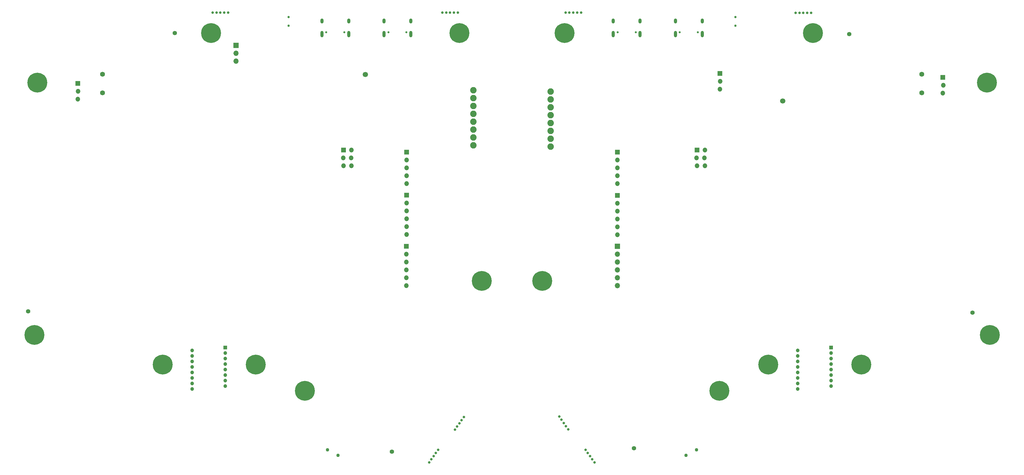
<source format=gbr>
%TF.GenerationSoftware,KiCad,Pcbnew,(6.99.0-4085-g6c752680d7)*%
%TF.CreationDate,2022-11-10T11:06:54+08:00*%
%TF.ProjectId,Rev2.4,52657632-2e34-42e6-9b69-6361645f7063,rev?*%
%TF.SameCoordinates,Original*%
%TF.FileFunction,Soldermask,Bot*%
%TF.FilePolarity,Negative*%
%FSLAX46Y46*%
G04 Gerber Fmt 4.6, Leading zero omitted, Abs format (unit mm)*
G04 Created by KiCad (PCBNEW (6.99.0-4085-g6c752680d7)) date 2022-11-10 11:06:54*
%MOMM*%
%LPD*%
G01*
G04 APERTURE LIST*
%ADD10C,1.700000*%
%ADD11C,1.600000*%
%ADD12C,0.800000*%
%ADD13C,6.400000*%
%ADD14R,1.200000X1.200000*%
%ADD15C,1.200000*%
%ADD16R,1.700000X1.700000*%
%ADD17O,1.700000X1.700000*%
%ADD18C,1.400000*%
%ADD19R,1.524000X1.524000*%
%ADD20O,1.524000X1.524000*%
%ADD21C,0.750000*%
%ADD22C,0.650000*%
%ADD23O,1.000000X2.100000*%
%ADD24O,1.000000X1.600000*%
%ADD25C,2.082800*%
%ADD26C,1.100000*%
G04 APERTURE END LIST*
D10*
%TO.C,J20*%
X162975000Y-64825000D03*
%TD*%
D11*
%TO.C,J23*%
X342229998Y-64770003D03*
X342221998Y-70770003D03*
%TD*%
D12*
%TO.C,DRILL11*%
X361778405Y-148874002D03*
X362481349Y-147176946D03*
X362481349Y-150571058D03*
X364178405Y-146474002D03*
D13*
X364178405Y-148874002D03*
D12*
X364178405Y-151274002D03*
X365875461Y-147176946D03*
X365875461Y-150571058D03*
X366578405Y-148874002D03*
%TD*%
D14*
%TO.C,U12*%
X313019372Y-152959292D03*
D15*
X313019373Y-154739293D03*
X313019373Y-156519293D03*
X313019373Y-158299293D03*
X313019373Y-160079293D03*
X313019373Y-161859293D03*
X313019373Y-163639293D03*
X313019373Y-165419293D03*
X302319373Y-166309293D03*
X302319373Y-164529293D03*
X302319373Y-162749293D03*
X302319373Y-160969293D03*
X302319373Y-159189293D03*
X302319373Y-157409293D03*
X302319373Y-155629293D03*
X302319373Y-153849293D03*
%TD*%
D16*
%TO.C,J2*%
X121330002Y-55381999D03*
D17*
X121330002Y-57921999D03*
X121330002Y-60461999D03*
%TD*%
D12*
%TO.C,DRILL1*%
X125294998Y-158456551D03*
X125997942Y-156759495D03*
X125997942Y-160153607D03*
X127694998Y-156056551D03*
D13*
X127694998Y-158456551D03*
D12*
X127694998Y-160856551D03*
X129392054Y-156759495D03*
X129392054Y-160153607D03*
X130094998Y-158456551D03*
%TD*%
%TO.C,DRILL3*%
X290415139Y-158456548D03*
X291118083Y-156759492D03*
X291118083Y-160153604D03*
X292815139Y-156056548D03*
D13*
X292815139Y-158456548D03*
D12*
X292815139Y-160856548D03*
X294512195Y-156759492D03*
X294512195Y-160153604D03*
X295215139Y-158456548D03*
%TD*%
D11*
%TO.C,J22*%
X78330006Y-64770002D03*
X78322006Y-70770002D03*
%TD*%
D12*
%TO.C,REF\u002A\u002A*%
X183566059Y-190047880D03*
X184283029Y-189023940D03*
X185000000Y-188000000D03*
X185716971Y-186976060D03*
X186433941Y-185952120D03*
%TD*%
D18*
%TO.C,H19*%
X318905000Y-51796252D03*
%TD*%
D19*
%TO.C,J11*%
X244204999Y-89891751D03*
D20*
X244204999Y-92431751D03*
X244204999Y-94971751D03*
X244204999Y-97511751D03*
X244204999Y-100051751D03*
%TD*%
D19*
%TO.C,J17*%
X155987002Y-89158199D03*
D20*
X158527002Y-89158199D03*
X155860002Y-91698199D03*
X158400002Y-91698199D03*
X155987002Y-94238199D03*
X158527002Y-94238199D03*
%TD*%
D12*
%TO.C,DRILL12*%
X360839131Y-67679177D03*
X361391492Y-65927313D03*
X361687308Y-69308509D03*
X363020824Y-65079136D03*
D13*
X363229998Y-67470003D03*
D12*
X363439172Y-69860870D03*
X364772688Y-65631497D03*
X365068504Y-69012693D03*
X365620865Y-67260829D03*
%TD*%
D21*
%TO.C,K2*%
X282205000Y-46296752D03*
X282205000Y-49046752D03*
%TD*%
D22*
%TO.C,J24*%
X250095000Y-51221752D03*
X244315000Y-51221752D03*
D23*
X251524999Y-51751751D03*
D24*
X251524999Y-47571751D03*
D23*
X242884999Y-51751751D03*
D24*
X242884999Y-47571751D03*
%TD*%
D12*
%TO.C,REF\u002A\u002A*%
X187800000Y-44800000D03*
X189050000Y-44800000D03*
X190300000Y-44800000D03*
X191550000Y-44800000D03*
X192800000Y-44800000D03*
%TD*%
%TO.C,REF\u002A\u002A*%
X227500000Y-44800000D03*
X228750000Y-44800000D03*
X230000000Y-44800000D03*
X231250000Y-44800000D03*
X232500000Y-44800000D03*
%TD*%
%TO.C,REF\u002A\u002A*%
X228333941Y-179347880D03*
X227616971Y-178323940D03*
X226900000Y-177300000D03*
X226183029Y-176276060D03*
X225466059Y-175252120D03*
%TD*%
%TO.C,DRILL13*%
X304830003Y-51470001D03*
X305532947Y-49772945D03*
X305532947Y-53167057D03*
X307230003Y-49070001D03*
D13*
X307230003Y-51470001D03*
D12*
X307230003Y-53870001D03*
X308927059Y-49772945D03*
X308927059Y-53167057D03*
X309630003Y-51470001D03*
%TD*%
%TO.C,REF\u002A\u002A*%
X191866059Y-179447880D03*
X192583029Y-178423940D03*
X193300000Y-177400000D03*
X194016971Y-176376060D03*
X194733941Y-175352120D03*
%TD*%
D19*
%TO.C,J4*%
X176330002Y-89889999D03*
D20*
X176330002Y-92429999D03*
X176330002Y-94969999D03*
X176330002Y-97509999D03*
X176330002Y-100049999D03*
%TD*%
D19*
%TO.C,J28*%
X269831999Y-89159999D03*
D20*
X272371999Y-89159999D03*
X269704999Y-91699999D03*
X272244999Y-91699999D03*
X269831999Y-94239999D03*
X272371999Y-94239999D03*
%TD*%
D19*
%TO.C,J5*%
X176300002Y-103779999D03*
D20*
X176300002Y-106319999D03*
X176300002Y-108859999D03*
X176300002Y-111399999D03*
X176300002Y-113939999D03*
X176300002Y-116479999D03*
%TD*%
D25*
%TO.C,J16*%
X222725000Y-70281752D03*
X222725000Y-72821752D03*
X222725000Y-75361752D03*
X222725000Y-77901752D03*
X222725000Y-80441752D03*
X222725000Y-82981752D03*
X222725000Y-85521752D03*
X222725000Y-88061752D03*
%TD*%
D18*
%TO.C,H14*%
X171605000Y-186596252D03*
%TD*%
D10*
%TO.C,J31*%
X297505000Y-73371752D03*
%TD*%
D19*
%TO.C,J10*%
X349049999Y-65771499D03*
D20*
X349176999Y-68311499D03*
X349049999Y-70851499D03*
%TD*%
D19*
%TO.C,J21*%
X70374999Y-67709999D03*
D20*
X70501999Y-70249999D03*
X70374999Y-72789999D03*
%TD*%
D22*
%TO.C,J30*%
X270095000Y-51221752D03*
X264315000Y-51221752D03*
D23*
X271524999Y-51751751D03*
D24*
X271524999Y-47571751D03*
D23*
X262884999Y-51751751D03*
D24*
X262884999Y-47571751D03*
%TD*%
D12*
%TO.C,DRILL14*%
X224830006Y-51470000D03*
X225532950Y-49772944D03*
X225532950Y-53167056D03*
X227230006Y-49070000D03*
D13*
X227230006Y-51470000D03*
D12*
X227230006Y-53870000D03*
X228927062Y-49772944D03*
X228927062Y-53167056D03*
X229630006Y-51470000D03*
%TD*%
%TO.C,REF\u002A\u002A*%
X113800000Y-44800000D03*
X115050000Y-44800000D03*
X116300000Y-44800000D03*
X117550000Y-44800000D03*
X118800000Y-44800000D03*
%TD*%
%TO.C,DRILL4*%
X320415137Y-158456545D03*
X321118081Y-156759489D03*
X321118081Y-160153601D03*
X322815137Y-156056545D03*
D13*
X322815137Y-158456545D03*
D12*
X322815137Y-160856545D03*
X324512193Y-156759489D03*
X324512193Y-160153601D03*
X325215137Y-158456545D03*
%TD*%
%TO.C,REF\u002A\u002A*%
X301600000Y-44900000D03*
X302850000Y-44900000D03*
X304100000Y-44900000D03*
X305350000Y-44900000D03*
X306600000Y-44900000D03*
%TD*%
D26*
%TO.C,S1*%
X154210157Y-187749413D03*
X150854956Y-185965421D03*
%TD*%
D18*
%TO.C,H1*%
X54405000Y-141296252D03*
%TD*%
D22*
%TO.C,J8*%
X176220003Y-51220000D03*
X170440003Y-51220000D03*
D23*
X177650002Y-51749999D03*
D24*
X177650002Y-47569999D03*
D23*
X169010002Y-51749999D03*
D24*
X169010002Y-47569999D03*
%TD*%
D12*
%TO.C,DRILL15*%
X217630001Y-131469996D03*
X218332945Y-129772940D03*
X218332945Y-133167052D03*
X220030001Y-129069996D03*
D13*
X220030001Y-131469996D03*
D12*
X220030001Y-133869996D03*
X221727057Y-129772940D03*
X221727057Y-133167052D03*
X222430001Y-131469996D03*
%TD*%
D18*
%TO.C,H18*%
X101605000Y-51471752D03*
%TD*%
%TO.C,H2*%
X358605000Y-141671752D03*
%TD*%
D12*
%TO.C,DRILL10*%
X141120003Y-166926301D03*
X141822947Y-165229245D03*
X141822947Y-168623357D03*
X143520003Y-164526301D03*
D13*
X143520003Y-166926301D03*
D12*
X143520003Y-169326301D03*
X145217059Y-165229245D03*
X145217059Y-168623357D03*
X145920003Y-166926301D03*
%TD*%
D19*
%TO.C,J9*%
X277204999Y-64487971D03*
D20*
X277331999Y-67027971D03*
X277204999Y-69567971D03*
%TD*%
D12*
%TO.C,DRILL5*%
X53982004Y-148874000D03*
X54684948Y-147176944D03*
X54684948Y-150571056D03*
X56382004Y-146474000D03*
D13*
X56382004Y-148874000D03*
D12*
X56382004Y-151274000D03*
X58079060Y-147176944D03*
X58079060Y-150571056D03*
X58782004Y-148874000D03*
%TD*%
D14*
%TO.C,U3*%
X117899233Y-152959298D03*
D15*
X117899234Y-154739299D03*
X117899234Y-156519299D03*
X117899234Y-158299299D03*
X117899234Y-160079299D03*
X117899234Y-161859299D03*
X117899234Y-163639299D03*
X117899234Y-165419299D03*
X107199234Y-166309299D03*
X107199234Y-164529299D03*
X107199234Y-162749299D03*
X107199234Y-160969299D03*
X107199234Y-159189299D03*
X107199234Y-157409299D03*
X107199234Y-155629299D03*
X107199234Y-153849299D03*
%TD*%
D12*
%TO.C,DRILL2*%
X95295000Y-158456554D03*
X95997944Y-156759498D03*
X95997944Y-160153610D03*
X97695000Y-156056554D03*
D13*
X97695000Y-158456554D03*
D12*
X97695000Y-160856554D03*
X99392056Y-156759498D03*
X99392056Y-160153610D03*
X100095000Y-158456554D03*
%TD*%
%TO.C,DRILL8*%
X190930003Y-51470000D03*
X191632947Y-49772944D03*
X191632947Y-53167056D03*
X193330003Y-49070000D03*
D13*
X193330003Y-51470000D03*
D12*
X193330003Y-53870000D03*
X195027059Y-49772944D03*
X195027059Y-53167056D03*
X195730003Y-51470000D03*
%TD*%
%TO.C,REF\u002A\u002A*%
X236833941Y-190047880D03*
X236116971Y-189023940D03*
X235400000Y-188000000D03*
X234683029Y-186976060D03*
X233966059Y-185952120D03*
%TD*%
D19*
%TO.C,J1*%
X176260002Y-120229999D03*
D20*
X176260002Y-122769999D03*
X176260002Y-125309999D03*
X176260002Y-127849999D03*
X176260002Y-130389999D03*
X176260002Y-132929999D03*
%TD*%
D19*
%TO.C,J13*%
X244170002Y-103819999D03*
D20*
X244170002Y-106359999D03*
X244170002Y-108899999D03*
X244170002Y-111439999D03*
X244170002Y-113979999D03*
X244170002Y-116519999D03*
%TD*%
D21*
%TO.C,K1*%
X138330003Y-46295000D03*
X138330003Y-49045000D03*
%TD*%
D12*
%TO.C,DRILL9*%
X198130000Y-131469999D03*
X198832944Y-129772943D03*
X198832944Y-133167055D03*
X200530000Y-129069999D03*
D13*
X200530000Y-131469999D03*
D12*
X200530000Y-133869999D03*
X202227056Y-129772943D03*
X202227056Y-133167055D03*
X202930000Y-131469999D03*
%TD*%
D16*
%TO.C,J7*%
X244180002Y-120249999D03*
D17*
X244180002Y-122789999D03*
X244180002Y-125329999D03*
X244180002Y-127869999D03*
X244180002Y-130409999D03*
X244180002Y-132949999D03*
%TD*%
D18*
%TO.C,H3*%
X249505000Y-185471752D03*
%TD*%
D22*
%TO.C,J19*%
X156220003Y-51220000D03*
X150440003Y-51220000D03*
D23*
X157650002Y-51749999D03*
D24*
X157650002Y-47569999D03*
D23*
X149010002Y-51749999D03*
D24*
X149010002Y-47569999D03*
%TD*%
D25*
%TO.C,J6*%
X197810003Y-87660000D03*
X197810003Y-85120000D03*
X197810003Y-82580000D03*
X197810003Y-80040000D03*
X197810003Y-77500000D03*
X197810003Y-74960000D03*
X197810003Y-72420000D03*
X197810003Y-69880000D03*
%TD*%
D12*
%TO.C,DRILL16*%
X274639703Y-166926300D03*
X275342647Y-165229244D03*
X275342647Y-168623356D03*
X277039703Y-164526300D03*
D13*
X277039703Y-166926300D03*
D12*
X277039703Y-169326300D03*
X278736759Y-165229244D03*
X278736759Y-168623356D03*
X279439703Y-166926300D03*
%TD*%
%TO.C,DRILL6*%
X54930006Y-67470002D03*
X55632950Y-65772946D03*
X55632950Y-69167058D03*
X57330006Y-65070002D03*
D13*
X57330006Y-67470002D03*
D12*
X57330006Y-69870002D03*
X59027062Y-65772946D03*
X59027062Y-69167058D03*
X59730006Y-67470002D03*
%TD*%
D26*
%TO.C,S2*%
X269654743Y-185965422D03*
X266299542Y-187749414D03*
%TD*%
D12*
%TO.C,DRILL7*%
X110930003Y-51470001D03*
X111632947Y-49772945D03*
X111632947Y-53167057D03*
X113330003Y-49070001D03*
D13*
X113330003Y-51470001D03*
D12*
X113330003Y-53870001D03*
X115027059Y-49772945D03*
X115027059Y-53167057D03*
X115730003Y-51470001D03*
%TD*%
M02*

</source>
